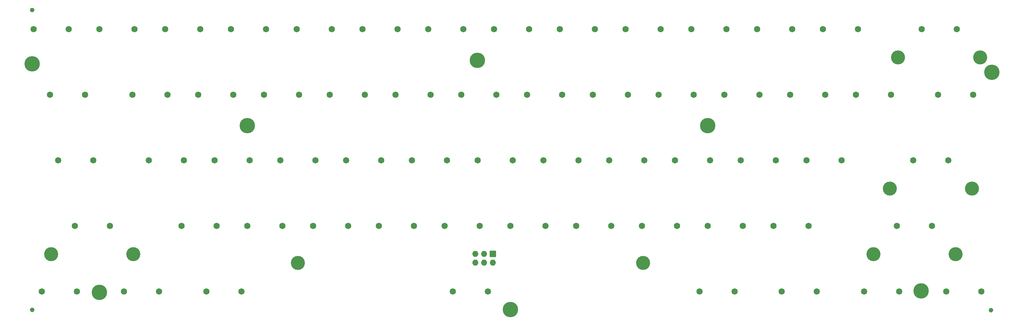
<source format=gbr>
%TF.GenerationSoftware,KiCad,Pcbnew,7.0.7*%
%TF.CreationDate,2023-12-09T23:09:19-05:00*%
%TF.ProjectId,keyboard,6b657962-6f61-4726-942e-6b696361645f,rev?*%
%TF.SameCoordinates,Original*%
%TF.FileFunction,Soldermask,Top*%
%TF.FilePolarity,Negative*%
%FSLAX46Y46*%
G04 Gerber Fmt 4.6, Leading zero omitted, Abs format (unit mm)*
G04 Created by KiCad (PCBNEW 7.0.7) date 2023-12-09 23:09:19*
%MOMM*%
%LPD*%
G01*
G04 APERTURE LIST*
G04 Aperture macros list*
%AMRoundRect*
0 Rectangle with rounded corners*
0 $1 Rounding radius*
0 $2 $3 $4 $5 $6 $7 $8 $9 X,Y pos of 4 corners*
0 Add a 4 corners polygon primitive as box body*
4,1,4,$2,$3,$4,$5,$6,$7,$8,$9,$2,$3,0*
0 Add four circle primitives for the rounded corners*
1,1,$1+$1,$2,$3*
1,1,$1+$1,$4,$5*
1,1,$1+$1,$6,$7*
1,1,$1+$1,$8,$9*
0 Add four rect primitives between the rounded corners*
20,1,$1+$1,$2,$3,$4,$5,0*
20,1,$1+$1,$4,$5,$6,$7,0*
20,1,$1+$1,$6,$7,$8,$9,0*
20,1,$1+$1,$8,$9,$2,$3,0*%
G04 Aperture macros list end*
%ADD10C,0.650000*%
%ADD11C,4.476000*%
%ADD12C,4.063800*%
%ADD13C,1.152002*%
%ADD14C,1.826000*%
%ADD15RoundRect,0.038000X0.850000X-0.850000X0.850000X0.850000X-0.850000X0.850000X-0.850000X-0.850000X0*%
%ADD16O,1.776000X1.776000*%
G04 APERTURE END LIST*
%TO.C,TH2*%
D10*
X1575356Y-90605200D02*
G75*
G03*
X1575356Y-90605200I-325000J0D01*
G01*
%TO.C,TH3*%
X279275006Y-90700000D02*
G75*
G03*
X279275006Y-90700000I-325000J0D01*
G01*
%TO.C,TH1*%
X1574956Y-3500000D02*
G75*
G03*
X1574956Y-3500000I-325000J0D01*
G01*
%TD*%
D11*
%TO.C,H3*%
X279231600Y-21622400D03*
%TD*%
D12*
%TO.C,S4*%
X244874956Y-74449800D03*
X268687456Y-74449800D03*
%TD*%
D11*
%TO.C,H7*%
X139731600Y-90521400D03*
%TD*%
%TO.C,H5*%
X196931600Y-37122400D03*
%TD*%
D12*
%TO.C,S2*%
X249637456Y-55399800D03*
X273449956Y-55399800D03*
%TD*%
D11*
%TO.C,H1*%
X1231600Y-19122400D03*
%TD*%
D12*
%TO.C,S5*%
X178199956Y-76989800D03*
X78187456Y-76989800D03*
%TD*%
D11*
%TO.C,H2*%
X130231600Y-18122400D03*
%TD*%
D13*
%TO.C,TH2*%
X1250356Y-90605200D03*
%TD*%
D11*
%TO.C,H4*%
X63531600Y-37122400D03*
%TD*%
D12*
%TO.C,S1*%
X252018706Y-17299800D03*
X275831206Y-17299800D03*
%TD*%
D11*
%TO.C,H6*%
X20731600Y-85522400D03*
%TD*%
D13*
%TO.C,TH3*%
X278950006Y-90700000D03*
%TD*%
D12*
%TO.C,S3*%
X6749956Y-74449800D03*
X30562456Y-74449800D03*
%TD*%
D11*
%TO.C,H8*%
X258731600Y-85122400D03*
%TD*%
D13*
%TO.C,TH1*%
X1249956Y-3500000D03*
%TD*%
D14*
%TO.C,HALL60*%
X252336206Y-85244800D03*
X242176206Y-85244800D03*
%TD*%
%TO.C,HALL47*%
X130892456Y-66194800D03*
X120732456Y-66194800D03*
%TD*%
%TO.C,HALL44*%
X73742456Y-66194800D03*
X63582456Y-66194800D03*
%TD*%
%TO.C,HALL39*%
X216617456Y-47144800D03*
X206457456Y-47144800D03*
%TD*%
%TO.C,HALL6*%
X107079956Y-9044800D03*
X96919956Y-9044800D03*
%TD*%
%TO.C,HALL4*%
X68979956Y-9044800D03*
X58819956Y-9044800D03*
%TD*%
%TO.C,HALL36*%
X159467456Y-47144800D03*
X149307456Y-47144800D03*
%TD*%
%TO.C,HALL13*%
X240429956Y-9044800D03*
X230269956Y-9044800D03*
%TD*%
%TO.C,HALL22*%
X154704956Y-28094800D03*
X144544956Y-28094800D03*
%TD*%
%TO.C,HALL33*%
X102317456Y-47144800D03*
X92157456Y-47144800D03*
%TD*%
%TO.C,HALL15*%
X16592456Y-28094800D03*
X6432456Y-28094800D03*
%TD*%
%TO.C,HALL12*%
X221379956Y-9044800D03*
X211219956Y-9044800D03*
%TD*%
%TO.C,HALL20*%
X116604956Y-28094800D03*
X106444956Y-28094800D03*
%TD*%
%TO.C,HALL2*%
X30879956Y-9044800D03*
X20719956Y-9044800D03*
%TD*%
%TO.C,HALL34*%
X121367456Y-47144800D03*
X111207456Y-47144800D03*
%TD*%
%TO.C,HALL43*%
X54692456Y-66194800D03*
X44532456Y-66194800D03*
%TD*%
%TO.C,HALL58*%
X204711206Y-85244800D03*
X194551206Y-85244800D03*
%TD*%
%TO.C,HALL59*%
X228523706Y-85244800D03*
X218363706Y-85244800D03*
%TD*%
%TO.C,HALL32*%
X83267456Y-47144800D03*
X73107456Y-47144800D03*
%TD*%
%TO.C,HALL7*%
X126129956Y-9044800D03*
X115969956Y-9044800D03*
%TD*%
%TO.C,HALL55*%
X38023706Y-85244800D03*
X27863706Y-85244800D03*
%TD*%
%TO.C,HALL9*%
X164229956Y-9044800D03*
X154069956Y-9044800D03*
%TD*%
%TO.C,HALL41*%
X266623706Y-47144800D03*
X256463706Y-47144800D03*
%TD*%
%TO.C,HALL45*%
X92792456Y-66194800D03*
X82632456Y-66194800D03*
%TD*%
%TO.C,HALL11*%
X202329956Y-9044800D03*
X192169956Y-9044800D03*
%TD*%
%TO.C,HALL28*%
X273767456Y-28094800D03*
X263607456Y-28094800D03*
%TD*%
%TO.C,HALL42*%
X23736206Y-66194800D03*
X13576206Y-66194800D03*
%TD*%
D15*
%TO.C,SWD1*%
X134644956Y-74369800D03*
D16*
X134644956Y-76909800D03*
X132104956Y-74369800D03*
X132104956Y-76909800D03*
X129564956Y-74369800D03*
X129564956Y-76909800D03*
%TD*%
D14*
%TO.C,HALL19*%
X97554956Y-28094800D03*
X87394956Y-28094800D03*
%TD*%
%TO.C,HALL38*%
X197567456Y-47144800D03*
X187407456Y-47144800D03*
%TD*%
%TO.C,HALL54*%
X14211206Y-85244800D03*
X4051206Y-85244800D03*
%TD*%
%TO.C,HALL52*%
X226142456Y-66194800D03*
X215982456Y-66194800D03*
%TD*%
%TO.C,HALL3*%
X49929956Y-9044800D03*
X39769956Y-9044800D03*
%TD*%
%TO.C,HALL53*%
X261861206Y-66194800D03*
X251701206Y-66194800D03*
%TD*%
%TO.C,HALL23*%
X173754956Y-28094800D03*
X163594956Y-28094800D03*
%TD*%
%TO.C,HALL40*%
X235667456Y-47144800D03*
X225507456Y-47144800D03*
%TD*%
%TO.C,HALL49*%
X168992456Y-66194800D03*
X158832456Y-66194800D03*
%TD*%
%TO.C,HALL1*%
X11829956Y-9044800D03*
X1669956Y-9044800D03*
%TD*%
%TO.C,HALL61*%
X276148706Y-85244800D03*
X265988706Y-85244800D03*
%TD*%
%TO.C,HALL8*%
X145179956Y-9044800D03*
X135019956Y-9044800D03*
%TD*%
%TO.C,HALL5*%
X88029956Y-9044800D03*
X77869956Y-9044800D03*
%TD*%
%TO.C,HALL51*%
X207092456Y-66194800D03*
X196932456Y-66194800D03*
%TD*%
%TO.C,HALL16*%
X40404956Y-28094800D03*
X30244956Y-28094800D03*
%TD*%
%TO.C,HALL24*%
X192804956Y-28094800D03*
X182644956Y-28094800D03*
%TD*%
%TO.C,HALL10*%
X183279956Y-9044800D03*
X173119956Y-9044800D03*
%TD*%
%TO.C,HALL48*%
X149942456Y-66194800D03*
X139782456Y-66194800D03*
%TD*%
%TO.C,HALL18*%
X78504956Y-28094800D03*
X68344956Y-28094800D03*
%TD*%
%TO.C,HALL25*%
X211854956Y-28094800D03*
X201694956Y-28094800D03*
%TD*%
%TO.C,HALL31*%
X64217456Y-47144800D03*
X54057456Y-47144800D03*
%TD*%
%TO.C,HALL46*%
X111842456Y-66194800D03*
X101682456Y-66194800D03*
%TD*%
%TO.C,HALL56*%
X61836206Y-85244800D03*
X51676206Y-85244800D03*
%TD*%
%TO.C,HALL17*%
X59454956Y-28094800D03*
X49294956Y-28094800D03*
%TD*%
%TO.C,HALL14*%
X269004956Y-9044800D03*
X258844956Y-9044800D03*
%TD*%
%TO.C,HALL50*%
X188042456Y-66194800D03*
X177882456Y-66194800D03*
%TD*%
%TO.C,HALL29*%
X18973706Y-47144800D03*
X8813706Y-47144800D03*
%TD*%
%TO.C,HALL57*%
X133273706Y-85244800D03*
X123113706Y-85244800D03*
%TD*%
%TO.C,HALL37*%
X178517456Y-47144800D03*
X168357456Y-47144800D03*
%TD*%
%TO.C,HALL35*%
X140417456Y-47144800D03*
X130257456Y-47144800D03*
%TD*%
%TO.C,HALL26*%
X230904956Y-28094800D03*
X220744956Y-28094800D03*
%TD*%
%TO.C,HALL21*%
X135654956Y-28094800D03*
X125494956Y-28094800D03*
%TD*%
%TO.C,HALL27*%
X249954956Y-28094800D03*
X239794956Y-28094800D03*
%TD*%
%TO.C,HALL30*%
X45167456Y-47144800D03*
X35007456Y-47144800D03*
%TD*%
M02*

</source>
